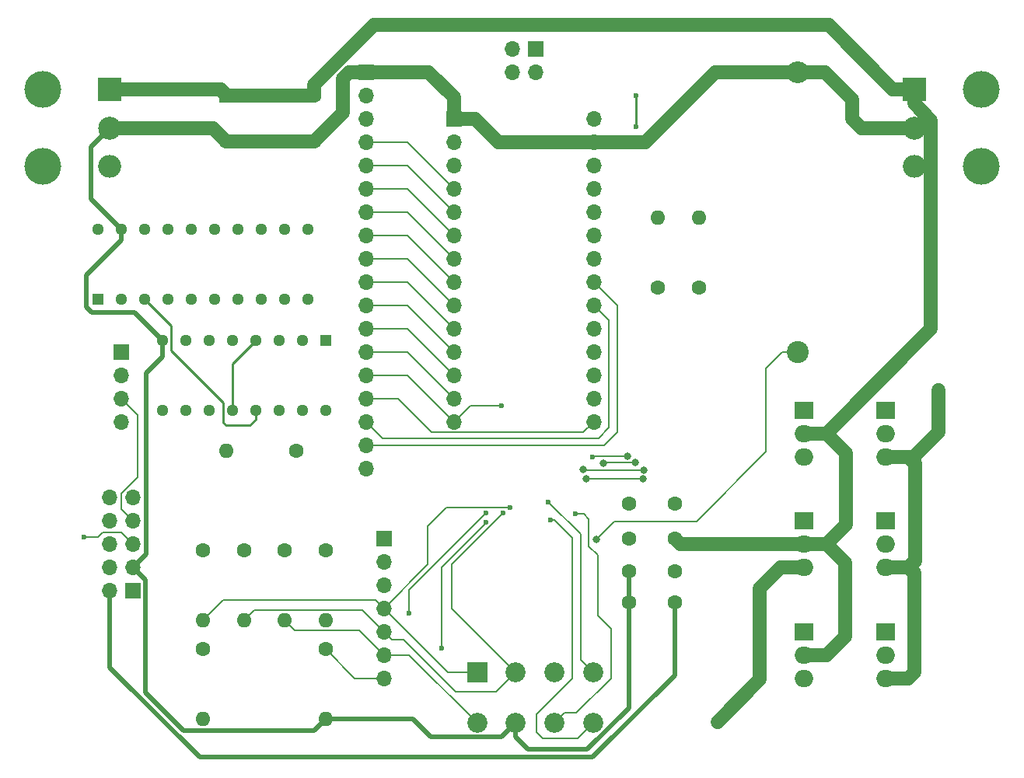
<source format=gbr>
G04 #@! TF.GenerationSoftware,KiCad,Pcbnew,(5.0.0)*
G04 #@! TF.CreationDate,2019-03-07T17:14:16-05:00*
G04 #@! TF.ProjectId,DRV8308_pcb,445256383330385F7063622E6B696361,rev?*
G04 #@! TF.SameCoordinates,Original*
G04 #@! TF.FileFunction,Copper,L2,Bot,Signal*
G04 #@! TF.FilePolarity,Positive*
%FSLAX46Y46*%
G04 Gerber Fmt 4.6, Leading zero omitted, Abs format (unit mm)*
G04 Created by KiCad (PCBNEW (5.0.0)) date 03/07/19 17:14:16*
%MOMM*%
%LPD*%
G01*
G04 APERTURE LIST*
G04 #@! TA.AperFunction,WasherPad*
%ADD10C,4.000000*%
G04 #@! TD*
G04 #@! TA.AperFunction,ComponentPad*
%ADD11O,2.500000X2.500000*%
G04 #@! TD*
G04 #@! TA.AperFunction,ComponentPad*
%ADD12C,2.500000*%
G04 #@! TD*
G04 #@! TA.AperFunction,ComponentPad*
%ADD13R,2.500000X2.500000*%
G04 #@! TD*
G04 #@! TA.AperFunction,ComponentPad*
%ADD14O,1.700000X1.700000*%
G04 #@! TD*
G04 #@! TA.AperFunction,ComponentPad*
%ADD15R,1.700000X1.700000*%
G04 #@! TD*
G04 #@! TA.AperFunction,ComponentPad*
%ADD16R,1.600000X1.600000*%
G04 #@! TD*
G04 #@! TA.AperFunction,ComponentPad*
%ADD17C,1.600000*%
G04 #@! TD*
G04 #@! TA.AperFunction,ComponentPad*
%ADD18R,2.175000X2.175000*%
G04 #@! TD*
G04 #@! TA.AperFunction,ComponentPad*
%ADD19C,2.175000*%
G04 #@! TD*
G04 #@! TA.AperFunction,ComponentPad*
%ADD20O,2.000000X1.905000*%
G04 #@! TD*
G04 #@! TA.AperFunction,ComponentPad*
%ADD21R,2.000000X1.905000*%
G04 #@! TD*
G04 #@! TA.AperFunction,ComponentPad*
%ADD22O,1.600000X1.600000*%
G04 #@! TD*
G04 #@! TA.AperFunction,ComponentPad*
%ADD23C,2.400000*%
G04 #@! TD*
G04 #@! TA.AperFunction,ComponentPad*
%ADD24O,2.400000X2.400000*%
G04 #@! TD*
G04 #@! TA.AperFunction,ComponentPad*
%ADD25R,1.295400X1.295400*%
G04 #@! TD*
G04 #@! TA.AperFunction,ComponentPad*
%ADD26C,1.295400*%
G04 #@! TD*
G04 #@! TA.AperFunction,ViaPad*
%ADD27C,0.600000*%
G04 #@! TD*
G04 #@! TA.AperFunction,ViaPad*
%ADD28C,1.400000*%
G04 #@! TD*
G04 #@! TA.AperFunction,ViaPad*
%ADD29C,0.800000*%
G04 #@! TD*
G04 #@! TA.AperFunction,Conductor*
%ADD30C,1.500000*%
G04 #@! TD*
G04 #@! TA.AperFunction,Conductor*
%ADD31C,0.500000*%
G04 #@! TD*
G04 #@! TA.AperFunction,Conductor*
%ADD32C,0.250000*%
G04 #@! TD*
G04 #@! TA.AperFunction,Conductor*
%ADD33C,0.200000*%
G04 #@! TD*
G04 #@! TA.AperFunction,Conductor*
%ADD34C,0.150000*%
G04 #@! TD*
G04 APERTURE END LIST*
D10*
G04 #@! TO.P,J5,*
G04 #@! TO.N,*
X195260000Y-58420000D03*
X195260000Y-66820000D03*
D11*
G04 #@! TO.P,J5,3*
G04 #@! TO.N,/Vin*
X187960000Y-66820000D03*
D12*
G04 #@! TO.P,J5,2*
G04 #@! TO.N,GNDREF*
X187960000Y-62620000D03*
D13*
G04 #@! TO.P,J5,1*
G04 #@! TO.N,/Vm*
X187960000Y-58420000D03*
G04 #@! TD*
D10*
G04 #@! TO.P,J3,*
G04 #@! TO.N,*
X93030000Y-58420000D03*
X93030000Y-66820000D03*
D11*
G04 #@! TO.P,J3,3*
G04 #@! TO.N,/Vin*
X100330000Y-66820000D03*
D12*
G04 #@! TO.P,J3,2*
G04 #@! TO.N,GNDREF*
X100330000Y-62620000D03*
D13*
G04 #@! TO.P,J3,1*
G04 #@! TO.N,/Vm*
X100330000Y-58420000D03*
G04 #@! TD*
D14*
G04 #@! TO.P,J4,15*
G04 #@! TO.N,/SCLK*
X153035000Y-94615000D03*
G04 #@! TO.P,J4,14*
G04 #@! TO.N,/DATAO*
X137795000Y-94615000D03*
G04 #@! TO.P,J4,16*
G04 #@! TO.N,/MCU/A0*
X153035000Y-92075000D03*
G04 #@! TO.P,J4,13*
G04 #@! TO.N,/DATAI*
X137795000Y-92075000D03*
G04 #@! TO.P,J4,17*
G04 #@! TO.N,/MCU/A1*
X153035000Y-89535000D03*
G04 #@! TO.P,J4,12*
G04 #@! TO.N,/SCS*
X137795000Y-89535000D03*
G04 #@! TO.P,J4,18*
G04 #@! TO.N,/MCU/A2*
X153035000Y-86995000D03*
G04 #@! TO.P,J4,11*
G04 #@! TO.N,/FGOUT*
X137795000Y-86995000D03*
G04 #@! TO.P,J4,19*
G04 #@! TO.N,/MCU/A3*
X153035000Y-84455000D03*
G04 #@! TO.P,J4,10*
G04 #@! TO.N,/FAULTn*
X137795000Y-84455000D03*
G04 #@! TO.P,J4,20*
G04 #@! TO.N,/SDA*
X153035000Y-81915000D03*
G04 #@! TO.P,J4,9*
G04 #@! TO.N,/LOCKn*
X137795000Y-81915000D03*
G04 #@! TO.P,J4,21*
G04 #@! TO.N,/SCL*
X153035000Y-79375000D03*
G04 #@! TO.P,J4,8*
G04 #@! TO.N,/CLKIN*
X137795000Y-79375000D03*
G04 #@! TO.P,J4,22*
G04 #@! TO.N,/MCU/A6*
X153035000Y-76835000D03*
G04 #@! TO.P,J4,7*
G04 #@! TO.N,/BRAKE*
X137795000Y-76835000D03*
G04 #@! TO.P,J4,23*
G04 #@! TO.N,/MCU/A7*
X153035000Y-74295000D03*
G04 #@! TO.P,J4,6*
G04 #@! TO.N,/DIR*
X137795000Y-74295000D03*
G04 #@! TO.P,J4,24*
G04 #@! TO.N,/MCU/A8*
X153035000Y-71755000D03*
G04 #@! TO.P,J4,5*
G04 #@! TO.N,/ENABLE*
X137795000Y-71755000D03*
G04 #@! TO.P,J4,25*
G04 #@! TO.N,/MCU/A9*
X153035000Y-69215000D03*
G04 #@! TO.P,J4,4*
G04 #@! TO.N,/RESET*
X137795000Y-69215000D03*
G04 #@! TO.P,J4,26*
G04 #@! TO.N,/3.3V*
X153035000Y-66675000D03*
G04 #@! TO.P,J4,3*
G04 #@! TO.N,/B*
X137795000Y-66675000D03*
G04 #@! TO.P,J4,27*
G04 #@! TO.N,GNDREF*
X153035000Y-64135000D03*
G04 #@! TO.P,J4,2*
G04 #@! TO.N,/A*
X137795000Y-64135000D03*
G04 #@! TO.P,J4,28*
G04 #@! TO.N,/Vin*
X153035000Y-61595000D03*
D15*
G04 #@! TO.P,J4,1*
G04 #@! TO.N,GNDREF*
X137795000Y-61595000D03*
G04 #@! TD*
D16*
G04 #@! TO.P,C2,1*
G04 #@! TO.N,/Vm*
X113030000Y-59055000D03*
D17*
G04 #@! TO.P,C2,2*
G04 #@! TO.N,GNDREF*
X113030000Y-64055000D03*
G04 #@! TD*
D18*
G04 #@! TO.P,J1,1*
G04 #@! TO.N,/Hall_1*
X140335000Y-121920000D03*
D19*
G04 #@! TO.P,J1,2*
G04 #@! TO.N,/Hall_2*
X144535000Y-121920000D03*
G04 #@! TO.P,J1,3*
G04 #@! TO.N,/Vreg*
X148735000Y-121920000D03*
G04 #@! TO.P,J1,4*
G04 #@! TO.N,Motor_3*
X152935000Y-121920000D03*
G04 #@! TO.P,J1,5*
G04 #@! TO.N,/Hall_3*
X140335000Y-127420000D03*
G04 #@! TO.P,J1,6*
G04 #@! TO.N,GNDREF*
X144535000Y-127420000D03*
G04 #@! TO.P,J1,7*
G04 #@! TO.N,Motor_1*
X148735000Y-127420000D03*
G04 #@! TO.P,J1,8*
G04 #@! TO.N,Motor_2*
X152935000Y-127420000D03*
G04 #@! TD*
D15*
G04 #@! TO.P,J2,1*
G04 #@! TO.N,Net-(J2-Pad1)*
X102870000Y-113030000D03*
D14*
G04 #@! TO.P,J2,2*
G04 #@! TO.N,/Vreg*
X100330000Y-113030000D03*
G04 #@! TO.P,J2,3*
G04 #@! TO.N,GNDREF*
X102870000Y-110490000D03*
G04 #@! TO.P,J2,4*
G04 #@! TO.N,Net-(J2-Pad4)*
X100330000Y-110490000D03*
G04 #@! TO.P,J2,5*
G04 #@! TO.N,/ENC_!A*
X102870000Y-107950000D03*
G04 #@! TO.P,J2,6*
G04 #@! TO.N,/ENC_A*
X100330000Y-107950000D03*
G04 #@! TO.P,J2,7*
G04 #@! TO.N,/ENC_!B*
X102870000Y-105410000D03*
G04 #@! TO.P,J2,8*
G04 #@! TO.N,/ENC_B*
X100330000Y-105410000D03*
G04 #@! TO.P,J2,9*
G04 #@! TO.N,Net-(J2-Pad9)*
X102870000Y-102870000D03*
G04 #@! TO.P,J2,10*
G04 #@! TO.N,Net-(J2-Pad10)*
X100330000Y-102870000D03*
G04 #@! TD*
D15*
G04 #@! TO.P,J7,1*
G04 #@! TO.N,GNDREF*
X128270000Y-56515000D03*
D14*
G04 #@! TO.P,J7,2*
G04 #@! TO.N,/A*
X128270000Y-59055000D03*
G04 #@! TO.P,J7,3*
G04 #@! TO.N,/B*
X128270000Y-61595000D03*
G04 #@! TO.P,J7,4*
G04 #@! TO.N,/RESET*
X128270000Y-64135000D03*
G04 #@! TO.P,J7,5*
G04 #@! TO.N,/ENABLE*
X128270000Y-66675000D03*
G04 #@! TO.P,J7,6*
G04 #@! TO.N,/DIR*
X128270000Y-69215000D03*
G04 #@! TO.P,J7,7*
G04 #@! TO.N,/BRAKE*
X128270000Y-71755000D03*
G04 #@! TO.P,J7,8*
G04 #@! TO.N,/CLKIN*
X128270000Y-74295000D03*
G04 #@! TO.P,J7,9*
G04 #@! TO.N,/LOCKn*
X128270000Y-76835000D03*
G04 #@! TO.P,J7,10*
G04 #@! TO.N,/FAULTn*
X128270000Y-79375000D03*
G04 #@! TO.P,J7,11*
G04 #@! TO.N,/FGOUT*
X128270000Y-81915000D03*
G04 #@! TO.P,J7,12*
G04 #@! TO.N,/SCS*
X128270000Y-84455000D03*
G04 #@! TO.P,J7,13*
G04 #@! TO.N,/DATAI*
X128270000Y-86995000D03*
G04 #@! TO.P,J7,14*
G04 #@! TO.N,/DATAO*
X128270000Y-89535000D03*
G04 #@! TO.P,J7,15*
G04 #@! TO.N,/SCLK*
X128270000Y-92075000D03*
G04 #@! TO.P,J7,16*
G04 #@! TO.N,/SDA*
X128270000Y-94615000D03*
G04 #@! TO.P,J7,17*
G04 #@! TO.N,/SCL*
X128270000Y-97155000D03*
G04 #@! TO.P,J7,18*
G04 #@! TO.N,/Vreg*
X128270000Y-99695000D03*
G04 #@! TD*
D15*
G04 #@! TO.P,J8,1*
G04 #@! TO.N,/ENC_!A*
X101600000Y-86995000D03*
D14*
G04 #@! TO.P,J8,2*
G04 #@! TO.N,/ENC_A*
X101600000Y-89535000D03*
G04 #@! TO.P,J8,3*
G04 #@! TO.N,/ENC_!B*
X101600000Y-92075000D03*
G04 #@! TO.P,J8,4*
G04 #@! TO.N,/ENC_B*
X101600000Y-94615000D03*
G04 #@! TD*
D20*
G04 #@! TO.P,Q1,3*
G04 #@! TO.N,Motor_1*
X175895000Y-98425000D03*
G04 #@! TO.P,Q1,2*
G04 #@! TO.N,/Vm*
X175895000Y-95885000D03*
D21*
G04 #@! TO.P,Q1,1*
G04 #@! TO.N,/Power/UHSG*
X175895000Y-93345000D03*
G04 #@! TD*
G04 #@! TO.P,Q2,1*
G04 #@! TO.N,/Power/ULSG*
X184785000Y-93345000D03*
D20*
G04 #@! TO.P,Q2,2*
G04 #@! TO.N,Motor_1*
X184785000Y-95885000D03*
G04 #@! TO.P,Q2,3*
G04 #@! TO.N,/Power/ISEN*
X184785000Y-98425000D03*
G04 #@! TD*
G04 #@! TO.P,Q3,3*
G04 #@! TO.N,Motor_2*
X175895000Y-110490000D03*
G04 #@! TO.P,Q3,2*
G04 #@! TO.N,/Vm*
X175895000Y-107950000D03*
D21*
G04 #@! TO.P,Q3,1*
G04 #@! TO.N,/Power/VHSG*
X175895000Y-105410000D03*
G04 #@! TD*
G04 #@! TO.P,Q4,1*
G04 #@! TO.N,/Power/VLSG*
X184785000Y-105410000D03*
D20*
G04 #@! TO.P,Q4,2*
G04 #@! TO.N,Motor_2*
X184785000Y-107950000D03*
G04 #@! TO.P,Q4,3*
G04 #@! TO.N,/Power/ISEN*
X184785000Y-110490000D03*
G04 #@! TD*
G04 #@! TO.P,Q5,3*
G04 #@! TO.N,Motor_3*
X175895000Y-122555000D03*
G04 #@! TO.P,Q5,2*
G04 #@! TO.N,/Vm*
X175895000Y-120015000D03*
D21*
G04 #@! TO.P,Q5,1*
G04 #@! TO.N,/Power/WHSG*
X175895000Y-117475000D03*
G04 #@! TD*
G04 #@! TO.P,Q6,1*
G04 #@! TO.N,/Power/WLSG*
X184785000Y-117475000D03*
D20*
G04 #@! TO.P,Q6,2*
G04 #@! TO.N,Motor_3*
X184785000Y-120015000D03*
G04 #@! TO.P,Q6,3*
G04 #@! TO.N,/Power/ISEN*
X184785000Y-122555000D03*
G04 #@! TD*
D22*
G04 #@! TO.P,R1,2*
G04 #@! TO.N,/Hall_1*
X110490000Y-116205000D03*
D17*
G04 #@! TO.P,R1,1*
G04 #@! TO.N,/Vreg*
X110490000Y-108585000D03*
G04 #@! TD*
G04 #@! TO.P,R2,1*
G04 #@! TO.N,/Vreg*
X114935000Y-108585000D03*
D22*
G04 #@! TO.P,R2,2*
G04 #@! TO.N,/Hall_2*
X114935000Y-116205000D03*
G04 #@! TD*
G04 #@! TO.P,R3,2*
G04 #@! TO.N,/Hall_3*
X119380000Y-116205000D03*
D17*
G04 #@! TO.P,R3,1*
G04 #@! TO.N,/Vreg*
X119380000Y-108585000D03*
G04 #@! TD*
G04 #@! TO.P,R4,1*
G04 #@! TO.N,/Vreg*
X123825000Y-108585000D03*
D22*
G04 #@! TO.P,R4,2*
G04 #@! TO.N,/UHN*
X123825000Y-116205000D03*
G04 #@! TD*
G04 #@! TO.P,R5,2*
G04 #@! TO.N,GNDREF*
X123825000Y-127000000D03*
D17*
G04 #@! TO.P,R5,1*
G04 #@! TO.N,/UHN*
X123825000Y-119380000D03*
G04 #@! TD*
D23*
G04 #@! TO.P,R6,1*
G04 #@! TO.N,/Power/ISEN*
X175260000Y-86995000D03*
D24*
G04 #@! TO.P,R6,2*
G04 #@! TO.N,GNDREF*
X175260000Y-56515000D03*
G04 #@! TD*
D17*
G04 #@! TO.P,R7,1*
G04 #@! TO.N,/ENC_!A*
X110490000Y-119350000D03*
D22*
G04 #@! TO.P,R7,2*
G04 #@! TO.N,/ENC_A*
X110490000Y-126970000D03*
G04 #@! TD*
G04 #@! TO.P,R8,2*
G04 #@! TO.N,/ENC_B*
X113030000Y-97790000D03*
D17*
G04 #@! TO.P,R8,1*
G04 #@! TO.N,/ENC_!B*
X120650000Y-97790000D03*
G04 #@! TD*
D25*
G04 #@! TO.P,U2,1*
G04 #@! TO.N,/Vreg*
X99060000Y-81280000D03*
D26*
G04 #@! TO.P,U2,2*
G04 #@! TO.N,Net-(U2-Pad2)*
X101600000Y-81280000D03*
G04 #@! TO.P,U2,3*
G04 #@! TO.N,Net-(U2-Pad3)*
X104140000Y-81280000D03*
G04 #@! TO.P,U2,4*
G04 #@! TO.N,Net-(U2-Pad4)*
X106680000Y-81280000D03*
G04 #@! TO.P,U2,5*
G04 #@! TO.N,Net-(U2-Pad5)*
X109220000Y-81280000D03*
G04 #@! TO.P,U2,6*
G04 #@! TO.N,Net-(U2-Pad6)*
X111760000Y-81280000D03*
G04 #@! TO.P,U2,7*
G04 #@! TO.N,Net-(U2-Pad7)*
X114300000Y-81280000D03*
G04 #@! TO.P,U2,8*
G04 #@! TO.N,Net-(U2-Pad8)*
X116840000Y-81280000D03*
G04 #@! TO.P,U2,9*
G04 #@! TO.N,Net-(U2-Pad9)*
X119380000Y-81280000D03*
G04 #@! TO.P,U2,10*
G04 #@! TO.N,Net-(U2-Pad10)*
X121920000Y-81280000D03*
G04 #@! TO.P,U2,11*
G04 #@! TO.N,Net-(U2-Pad11)*
X121920000Y-73660000D03*
G04 #@! TO.P,U2,12*
G04 #@! TO.N,Net-(U2-Pad12)*
X119380000Y-73660000D03*
G04 #@! TO.P,U2,13*
G04 #@! TO.N,Net-(U2-Pad13)*
X116840000Y-73660000D03*
G04 #@! TO.P,U2,14*
G04 #@! TO.N,Net-(U2-Pad14)*
X114300000Y-73660000D03*
G04 #@! TO.P,U2,15*
G04 #@! TO.N,Net-(U2-Pad15)*
X111760000Y-73660000D03*
G04 #@! TO.P,U2,16*
G04 #@! TO.N,Net-(U2-Pad16)*
X109220000Y-73660000D03*
G04 #@! TO.P,U2,17*
G04 #@! TO.N,/B*
X106680000Y-73660000D03*
G04 #@! TO.P,U2,18*
G04 #@! TO.N,/A*
X104140000Y-73660000D03*
G04 #@! TO.P,U2,19*
G04 #@! TO.N,GNDREF*
X101600000Y-73660000D03*
G04 #@! TO.P,U2,20*
G04 #@! TO.N,/3.3V*
X99060000Y-73660000D03*
G04 #@! TD*
D25*
G04 #@! TO.P,U3,1*
G04 #@! TO.N,/ENC_!A*
X123825000Y-85725000D03*
D26*
G04 #@! TO.P,U3,2*
G04 #@! TO.N,/ENC_A*
X121285000Y-85725000D03*
G04 #@! TO.P,U3,3*
G04 #@! TO.N,Net-(U2-Pad2)*
X118745000Y-85725000D03*
G04 #@! TO.P,U3,4*
G04 #@! TO.N,/Vreg*
X116205000Y-85725000D03*
G04 #@! TO.P,U3,5*
G04 #@! TO.N,Net-(U3-Pad5)*
X113665000Y-85725000D03*
G04 #@! TO.P,U3,6*
G04 #@! TO.N,Net-(U3-Pad6)*
X111125000Y-85725000D03*
G04 #@! TO.P,U3,7*
G04 #@! TO.N,Net-(U3-Pad7)*
X108585000Y-85725000D03*
G04 #@! TO.P,U3,8*
G04 #@! TO.N,GNDREF*
X106045000Y-85725000D03*
G04 #@! TO.P,U3,9*
G04 #@! TO.N,Net-(U3-Pad9)*
X106045000Y-93345000D03*
G04 #@! TO.P,U3,10*
G04 #@! TO.N,Net-(U3-Pad10)*
X108585000Y-93345000D03*
G04 #@! TO.P,U3,11*
G04 #@! TO.N,Net-(U3-Pad11)*
X111125000Y-93345000D03*
G04 #@! TO.P,U3,12*
G04 #@! TO.N,/Vreg*
X113665000Y-93345000D03*
G04 #@! TO.P,U3,13*
G04 #@! TO.N,Net-(U2-Pad3)*
X116205000Y-93345000D03*
G04 #@! TO.P,U3,14*
G04 #@! TO.N,/ENC_B*
X118745000Y-93345000D03*
G04 #@! TO.P,U3,15*
G04 #@! TO.N,/ENC_!B*
X121285000Y-93345000D03*
G04 #@! TO.P,U3,16*
G04 #@! TO.N,/Vreg*
X123825000Y-93345000D03*
G04 #@! TD*
D15*
G04 #@! TO.P,J9,1*
G04 #@! TO.N,/SCL*
X146685000Y-53975000D03*
D14*
G04 #@! TO.P,J9,2*
X144145000Y-53975000D03*
G04 #@! TO.P,J9,3*
G04 #@! TO.N,/SDA*
X146685000Y-56515000D03*
G04 #@! TO.P,J9,4*
X144145000Y-56515000D03*
G04 #@! TD*
D22*
G04 #@! TO.P,R9,2*
G04 #@! TO.N,/3.3V*
X164465000Y-72390000D03*
D17*
G04 #@! TO.P,R9,1*
G04 #@! TO.N,/FAULTn*
X164465000Y-80010000D03*
G04 #@! TD*
G04 #@! TO.P,R10,1*
G04 #@! TO.N,/DATAO*
X160020000Y-80010000D03*
D22*
G04 #@! TO.P,R10,2*
G04 #@! TO.N,/3.3V*
X160020000Y-72390000D03*
G04 #@! TD*
D17*
G04 #@! TO.P,C1,2*
G04 #@! TO.N,GNDREF*
X122555000Y-64055000D03*
G04 #@! TO.P,C1,1*
G04 #@! TO.N,/Vm*
X122555000Y-59055000D03*
G04 #@! TD*
G04 #@! TO.P,C3,1*
G04 #@! TO.N,Net-(C3-Pad1)*
X156845000Y-103505000D03*
G04 #@! TO.P,C3,2*
G04 #@! TO.N,Net-(C3-Pad2)*
X161845000Y-103505000D03*
G04 #@! TD*
G04 #@! TO.P,C4,1*
G04 #@! TO.N,GNDREF*
X156845000Y-110871000D03*
G04 #@! TO.P,C4,2*
G04 #@! TO.N,Net-(C4-Pad2)*
X161845000Y-110871000D03*
G04 #@! TD*
G04 #@! TO.P,C5,2*
G04 #@! TO.N,Net-(C5-Pad2)*
X156845000Y-107315000D03*
G04 #@! TO.P,C5,1*
G04 #@! TO.N,/Vm*
X161845000Y-107315000D03*
G04 #@! TD*
G04 #@! TO.P,C6,1*
G04 #@! TO.N,GNDREF*
X156845000Y-114300000D03*
G04 #@! TO.P,C6,2*
G04 #@! TO.N,/Vreg*
X161845000Y-114300000D03*
G04 #@! TD*
D15*
G04 #@! TO.P,J6,1*
G04 #@! TO.N,Motor_1*
X130175000Y-107315000D03*
D14*
G04 #@! TO.P,J6,2*
G04 #@! TO.N,Motor_2*
X130175000Y-109855000D03*
G04 #@! TO.P,J6,3*
G04 #@! TO.N,Motor_3*
X130175000Y-112395000D03*
G04 #@! TO.P,J6,4*
G04 #@! TO.N,/Hall_1*
X130175000Y-114935000D03*
G04 #@! TO.P,J6,5*
G04 #@! TO.N,/Hall_2*
X130175000Y-117475000D03*
G04 #@! TO.P,J6,6*
G04 #@! TO.N,/Hall_3*
X130175000Y-120015000D03*
G04 #@! TO.P,J6,7*
G04 #@! TO.N,/UHN*
X130175000Y-122555000D03*
G04 #@! TD*
D27*
G04 #@! TO.N,/Hall_1*
X143950000Y-103950000D03*
G04 #@! TO.N,/Hall_2*
X143150000Y-104550000D03*
G04 #@! TO.N,Motor_3*
X148100000Y-103350000D03*
G04 #@! TO.N,/Hall_3*
X141300000Y-104550000D03*
X132950000Y-115450000D03*
G04 #@! TO.N,Motor_1*
X151050000Y-104650000D03*
D28*
G04 #@! TO.N,Motor_2*
X166500000Y-127300000D03*
D27*
X148350000Y-105350000D03*
G04 #@! TO.N,/ENC_!A*
X97536000Y-107188000D03*
G04 #@! TO.N,/DATAO*
X143002000Y-92837000D03*
G04 #@! TO.N,/UHN*
X136450000Y-119300000D03*
X141303552Y-105583261D03*
D28*
G04 #@! TO.N,/Power/ISEN*
X190550000Y-91200000D03*
D29*
X153300000Y-107400000D03*
G04 #@! TO.N,/Power/VHSG*
X157550000Y-99075010D03*
X154050000Y-99150000D03*
G04 #@! TO.N,/Power/VLSG*
X156700000Y-98400000D03*
D27*
X152908000Y-98425000D03*
D29*
G04 #@! TO.N,/Power/WHSG*
X158365146Y-100846405D03*
X152250000Y-100850000D03*
G04 #@! TO.N,/Power/WLSG*
X158450000Y-99850000D03*
X151900000Y-99800000D03*
D27*
G04 #@! TO.N,/3.3V*
X157607000Y-59055000D03*
X157607000Y-62484000D03*
G04 #@! TD*
D30*
G04 #@! TO.N,/Vm*
X113030000Y-59055000D02*
X122555000Y-59055000D01*
X112395000Y-58420000D02*
X113030000Y-59055000D01*
X100330000Y-58420000D02*
X112395000Y-58420000D01*
X122555000Y-57923630D02*
X129078630Y-51400000D01*
X122555000Y-59055000D02*
X122555000Y-57923630D01*
X185610000Y-58420000D02*
X187960000Y-58420000D01*
X178590000Y-51400000D02*
X185610000Y-58420000D01*
X129078630Y-51400000D02*
X178590000Y-51400000D01*
X178395000Y-95885000D02*
X175895000Y-95885000D01*
X189760001Y-84519999D02*
X178395000Y-95885000D01*
X189760001Y-61755999D02*
X189760001Y-84519999D01*
X187960000Y-59955998D02*
X189760001Y-61755999D01*
X187960000Y-58420000D02*
X187960000Y-59955998D01*
X178395000Y-95885000D02*
X180500000Y-97990000D01*
X178395000Y-107950000D02*
X175895000Y-107950000D01*
X180500000Y-105845000D02*
X178395000Y-107950000D01*
X180500000Y-97990000D02*
X180500000Y-105845000D01*
X178395000Y-107950000D02*
X180400000Y-109955000D01*
X178395000Y-120015000D02*
X175895000Y-120015000D01*
X180400000Y-118010000D02*
X178395000Y-120015000D01*
X180400000Y-109955000D02*
X180400000Y-118010000D01*
X162480000Y-107950000D02*
X161845000Y-107315000D01*
X175895000Y-107950000D02*
X162480000Y-107950000D01*
G04 #@! TO.N,GNDREF*
X111595000Y-62620000D02*
X113030000Y-64055000D01*
X100330000Y-62620000D02*
X111595000Y-62620000D01*
X113030000Y-64055000D02*
X122555000Y-64055000D01*
X137795000Y-59245000D02*
X137795000Y-61595000D01*
X135065000Y-56515000D02*
X137795000Y-59245000D01*
X128270000Y-56515000D02*
X135065000Y-56515000D01*
X151832919Y-64135000D02*
X153035000Y-64135000D01*
X142685000Y-64135000D02*
X151832919Y-64135000D01*
X140145000Y-61595000D02*
X142685000Y-64135000D01*
X137795000Y-61595000D02*
X140145000Y-61595000D01*
X166285000Y-56515000D02*
X175260000Y-56515000D01*
X153035000Y-64135000D02*
X158665000Y-64135000D01*
X158665000Y-64135000D02*
X166285000Y-56515000D01*
X182220000Y-62620000D02*
X187960000Y-62620000D01*
X176957056Y-56515000D02*
X176972056Y-56500000D01*
X175260000Y-56515000D02*
X176957056Y-56515000D01*
X176972056Y-56500000D02*
X178200000Y-56500000D01*
X178200000Y-56500000D02*
X181200000Y-59500000D01*
X181200000Y-59500000D02*
X181200000Y-61600000D01*
X181200000Y-61600000D02*
X182220000Y-62620000D01*
D31*
X98300000Y-70360000D02*
X101600000Y-73660000D01*
X100330000Y-62620000D02*
X98300000Y-64650000D01*
X98300000Y-64650000D02*
X98300000Y-70360000D01*
X101600000Y-73660000D02*
X101600000Y-74800000D01*
X101600000Y-74800000D02*
X97800000Y-78600000D01*
X97800000Y-82125402D02*
X98400000Y-82725402D01*
X97800000Y-78600000D02*
X97800000Y-82125402D01*
X103045402Y-82725402D02*
X106045000Y-85725000D01*
X98400000Y-82725402D02*
X103045402Y-82725402D01*
X106045000Y-85725000D02*
X106045000Y-87555000D01*
X106045000Y-87555000D02*
X104300000Y-89300000D01*
X104300000Y-109060000D02*
X102870000Y-110490000D01*
X104300000Y-89300000D02*
X104300000Y-109060000D01*
X104170001Y-111790001D02*
X104170001Y-124070001D01*
X102870000Y-110490000D02*
X104170001Y-111790001D01*
X123025001Y-127799999D02*
X123825000Y-127000000D01*
X122574999Y-128250001D02*
X123025001Y-127799999D01*
X108350001Y-128250001D02*
X122574999Y-128250001D01*
X104170001Y-124070001D02*
X108350001Y-128250001D01*
X123825000Y-127000000D02*
X133300000Y-127000000D01*
X143447501Y-128507499D02*
X144535000Y-127420000D01*
X142997499Y-128957501D02*
X143447501Y-128507499D01*
X135257501Y-128957501D02*
X142997499Y-128957501D01*
X133300000Y-127000000D02*
X135257501Y-128957501D01*
X156845000Y-114300000D02*
X156845000Y-110871000D01*
X144535000Y-128957957D02*
X145877043Y-130300000D01*
X144535000Y-127420000D02*
X144535000Y-128957957D01*
X156845000Y-115431370D02*
X156845000Y-114300000D01*
X156845000Y-125785502D02*
X156845000Y-115431370D01*
X152330502Y-130300000D02*
X156845000Y-125785502D01*
X145877043Y-130300000D02*
X152330502Y-130300000D01*
D30*
X122555000Y-64055000D02*
X125700011Y-60909989D01*
X125700011Y-60909989D02*
X125700011Y-57182797D01*
X126367808Y-56515000D02*
X128270000Y-56515000D01*
X125700011Y-57182797D02*
X126367808Y-56515000D01*
D31*
G04 #@! TO.N,/Vreg*
X161845000Y-114300000D02*
X161845000Y-122205000D01*
X161845000Y-122205000D02*
X152900000Y-131150000D01*
X152900000Y-131150000D02*
X110100000Y-131150000D01*
X100330000Y-121380000D02*
X100330000Y-113030000D01*
X110100000Y-131150000D02*
X100330000Y-121380000D01*
D32*
X113665000Y-88265000D02*
X116205000Y-85725000D01*
X113665000Y-93345000D02*
X113665000Y-88265000D01*
D33*
G04 #@! TO.N,/Hall_1*
X137160000Y-121920000D02*
X130175000Y-114935000D01*
X140335000Y-121920000D02*
X137160000Y-121920000D01*
X110490000Y-116205000D02*
X112645000Y-114050000D01*
X129290000Y-114050000D02*
X130175000Y-114935000D01*
X112645000Y-114050000D02*
X129290000Y-114050000D01*
D34*
X134950000Y-110160000D02*
X130175000Y-114935000D01*
X134950000Y-106000000D02*
X134950000Y-110160000D01*
X143950000Y-103950000D02*
X137000000Y-103950000D01*
X137000000Y-103950000D02*
X134950000Y-106000000D01*
D33*
G04 #@! TO.N,/Hall_2*
X131024999Y-118324999D02*
X132274999Y-118324999D01*
X130175000Y-117475000D02*
X131024999Y-118324999D01*
X132274999Y-118324999D02*
X138000000Y-124050000D01*
X142405000Y-124050000D02*
X144535000Y-121920000D01*
X138000000Y-124050000D02*
X142405000Y-124050000D01*
X129325001Y-116625001D02*
X130175000Y-117475000D01*
X127804999Y-115104999D02*
X129325001Y-116625001D01*
X116035001Y-115104999D02*
X127804999Y-115104999D01*
X114935000Y-116205000D02*
X116035001Y-115104999D01*
D34*
X137600000Y-114985000D02*
X144535000Y-121920000D01*
X143150000Y-104550000D02*
X137600000Y-110100000D01*
X137600000Y-110100000D02*
X137600000Y-114985000D01*
G04 #@! TO.N,Motor_3*
X151600000Y-120585000D02*
X152935000Y-121920000D01*
X148100000Y-103350000D02*
X151600000Y-106850000D01*
X151600000Y-106850000D02*
X151600000Y-120585000D01*
D33*
G04 #@! TO.N,/Hall_3*
X132930000Y-120015000D02*
X140335000Y-127420000D01*
X130175000Y-120015000D02*
X132930000Y-120015000D01*
X129325001Y-119165001D02*
X130175000Y-120015000D01*
X127465001Y-117305001D02*
X129325001Y-119165001D01*
X120480001Y-117305001D02*
X127465001Y-117305001D01*
X119380000Y-116205000D02*
X120480001Y-117305001D01*
D34*
X141300000Y-104550000D02*
X132950000Y-112900000D01*
X132950000Y-112900000D02*
X132950000Y-115450000D01*
D33*
G04 #@! TO.N,Motor_1*
X154900000Y-117200000D02*
X154900000Y-122550000D01*
X153450000Y-115750000D02*
X154900000Y-117200000D01*
X151117499Y-126332501D02*
X149822499Y-126332501D01*
X149822499Y-126332501D02*
X148735000Y-127420000D01*
X154900000Y-122550000D02*
X151117499Y-126332501D01*
X153450000Y-109100000D02*
X153450000Y-115750000D01*
D34*
X152500000Y-108150000D02*
X153450000Y-109100000D01*
X152500000Y-105200000D02*
X152500000Y-108150000D01*
X151050000Y-104650000D02*
X151950000Y-104650000D01*
X151950000Y-104650000D02*
X152500000Y-105200000D01*
D30*
G04 #@! TO.N,Motor_2*
X173395000Y-110490000D02*
X171100000Y-112785000D01*
X175895000Y-110490000D02*
X173395000Y-110490000D01*
X171100000Y-112785000D02*
X171100000Y-122700000D01*
X171100000Y-122700000D02*
X166500000Y-127300000D01*
X166500000Y-127300000D02*
X166500000Y-127300000D01*
X166500000Y-127300000D02*
X166500000Y-127300000D01*
D34*
X148774264Y-105350000D02*
X150700000Y-107275736D01*
X148350000Y-105350000D02*
X148774264Y-105350000D01*
X150700000Y-107275736D02*
X150700000Y-122600000D01*
X150700000Y-122600000D02*
X146800000Y-126500000D01*
X146800000Y-126500000D02*
X146800000Y-128450000D01*
X146800000Y-128450000D02*
X147450000Y-129100000D01*
X151255000Y-129100000D02*
X152935000Y-127420000D01*
X147450000Y-129100000D02*
X151255000Y-129100000D01*
D33*
G04 #@! TO.N,/ENC_!A*
X101600000Y-106680000D02*
X102870000Y-107950000D01*
X99568000Y-106680000D02*
X101600000Y-106680000D01*
X97536000Y-107188000D02*
X99060000Y-107188000D01*
X99060000Y-107188000D02*
X99568000Y-106680000D01*
G04 #@! TO.N,/ENC_!B*
X101600000Y-92075000D02*
X103378000Y-93853000D01*
X103378000Y-100659998D02*
X101600000Y-102437998D01*
X103378000Y-93853000D02*
X103378000Y-100659998D01*
X101600000Y-104140000D02*
X102870000Y-105410000D01*
X101600000Y-102437998D02*
X101600000Y-104140000D01*
G04 #@! TO.N,/SCL*
X155575000Y-81915000D02*
X153035000Y-79375000D01*
X155575000Y-95758000D02*
X155575000Y-81915000D01*
X128270000Y-97155000D02*
X154178000Y-97155000D01*
X154178000Y-97155000D02*
X155575000Y-95758000D01*
G04 #@! TO.N,/SDA*
X128270000Y-94615000D02*
X130048000Y-96393000D01*
X130048000Y-96393000D02*
X153543000Y-96393000D01*
X153543000Y-96393000D02*
X154686000Y-95250000D01*
X154686000Y-83566000D02*
X153035000Y-81915000D01*
X154686000Y-95250000D02*
X154686000Y-83566000D01*
G04 #@! TO.N,/RESET*
X132715000Y-64135000D02*
X128270000Y-64135000D01*
X137795000Y-69215000D02*
X132715000Y-64135000D01*
G04 #@! TO.N,/ENABLE*
X136945001Y-70905001D02*
X136945001Y-70895001D01*
X137795000Y-71755000D02*
X136945001Y-70905001D01*
X132725000Y-66675000D02*
X128270000Y-66675000D01*
X136945001Y-70895001D02*
X132725000Y-66675000D01*
G04 #@! TO.N,/DIR*
X132715000Y-69215000D02*
X128270000Y-69215000D01*
X137795000Y-74295000D02*
X132715000Y-69215000D01*
G04 #@! TO.N,/BRAKE*
X132715000Y-71755000D02*
X128270000Y-71755000D01*
X137795000Y-76835000D02*
X132715000Y-71755000D01*
G04 #@! TO.N,/CLKIN*
X132715000Y-74295000D02*
X128270000Y-74295000D01*
X137795000Y-79375000D02*
X132715000Y-74295000D01*
G04 #@! TO.N,/LOCKn*
X132715000Y-76835000D02*
X128270000Y-76835000D01*
X137795000Y-81915000D02*
X132715000Y-76835000D01*
G04 #@! TO.N,/FAULTn*
X132715000Y-79375000D02*
X128270000Y-79375000D01*
X137795000Y-84455000D02*
X132715000Y-79375000D01*
G04 #@! TO.N,/FGOUT*
X132715000Y-81915000D02*
X128270000Y-81915000D01*
X137795000Y-86995000D02*
X132715000Y-81915000D01*
G04 #@! TO.N,/SCS*
X137795000Y-89535000D02*
X132715000Y-84455000D01*
X132715000Y-84455000D02*
X128270000Y-84455000D01*
G04 #@! TO.N,/DATAI*
X137795000Y-92075000D02*
X132715000Y-86995000D01*
X132715000Y-86995000D02*
X128270000Y-86995000D01*
G04 #@! TO.N,/DATAO*
X137795000Y-94615000D02*
X132715000Y-89535000D01*
X132715000Y-89535000D02*
X128270000Y-89535000D01*
D34*
X139573000Y-92837000D02*
X137795000Y-94615000D01*
X143002000Y-92837000D02*
X139573000Y-92837000D01*
D33*
G04 #@! TO.N,/SCLK*
X151884999Y-95765001D02*
X153035000Y-94615000D01*
X135389001Y-95765001D02*
X151884999Y-95765001D01*
X128270000Y-92075000D02*
X131699000Y-92075000D01*
X131699000Y-92075000D02*
X135389001Y-95765001D01*
G04 #@! TO.N,/UHN*
X127000000Y-122555000D02*
X130175000Y-122555000D01*
X123825000Y-119380000D02*
X127000000Y-122555000D01*
D34*
X136450000Y-110436813D02*
X141003553Y-105883260D01*
X141003553Y-105883260D02*
X141303552Y-105583261D01*
X136450000Y-119300000D02*
X136450000Y-110436813D01*
D30*
G04 #@! TO.N,/Power/ISEN*
X187285000Y-110490000D02*
X184785000Y-110490000D01*
X188000000Y-109775000D02*
X187285000Y-110490000D01*
X188000000Y-99140000D02*
X188000000Y-109775000D01*
X187285000Y-98425000D02*
X188000000Y-99140000D01*
X184785000Y-98425000D02*
X187285000Y-98425000D01*
X187285000Y-110490000D02*
X187900000Y-111105000D01*
X187285000Y-122555000D02*
X184785000Y-122555000D01*
X187900000Y-121940000D02*
X187285000Y-122555000D01*
X187900000Y-111105000D02*
X187900000Y-121940000D01*
X187875000Y-98425000D02*
X190550000Y-95750000D01*
X190550000Y-95750000D02*
X190550000Y-91200000D01*
X184785000Y-98425000D02*
X187875000Y-98425000D01*
D33*
X173562944Y-86995000D02*
X171800000Y-88757944D01*
X175260000Y-86995000D02*
X173562944Y-86995000D01*
X171800000Y-88757944D02*
X171800000Y-97850000D01*
X171800000Y-97850000D02*
X164200000Y-105450000D01*
X164200000Y-105450000D02*
X155250000Y-105450000D01*
X155250000Y-105450000D02*
X153300000Y-107400000D01*
D34*
G04 #@! TO.N,/Power/VHSG*
X157524990Y-99050000D02*
X157550000Y-99075010D01*
X157550000Y-99075010D02*
X154124990Y-99075010D01*
X154124990Y-99075010D02*
X154050000Y-99150000D01*
D33*
G04 #@! TO.N,/Power/VLSG*
X156700000Y-98400000D02*
X152933000Y-98400000D01*
X152933000Y-98400000D02*
X152908000Y-98425000D01*
D34*
G04 #@! TO.N,/Power/WHSG*
X158365146Y-100846405D02*
X152253595Y-100846405D01*
X152253595Y-100846405D02*
X152250000Y-100850000D01*
G04 #@! TO.N,/Power/WLSG*
X158450000Y-99850000D02*
X151950000Y-99850000D01*
X151950000Y-99850000D02*
X151900000Y-99800000D01*
D32*
G04 #@! TO.N,Net-(U2-Pad3)*
X107017701Y-84157701D02*
X107017701Y-86824701D01*
X104140000Y-81280000D02*
X107017701Y-84157701D01*
X112692299Y-92499299D02*
X112692299Y-94698701D01*
X107017701Y-86824701D02*
X112692299Y-92499299D01*
X112692299Y-94698701D02*
X112989598Y-94996000D01*
X112989598Y-94996000D02*
X115570000Y-94996000D01*
X116205000Y-94361000D02*
X116205000Y-93345000D01*
X115570000Y-94996000D02*
X116205000Y-94361000D01*
G04 #@! TO.N,/3.3V*
X157607000Y-59055000D02*
X157607000Y-62484000D01*
G04 #@! TD*
M02*

</source>
